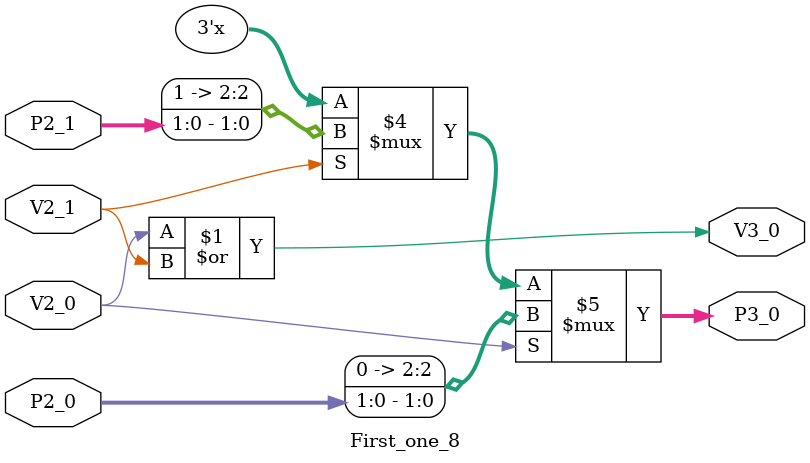
<source format=v>
module First_one_8(
	input										V2_0,
	input										V2_1,
	input			[1:0]						P2_0,
	input			[1:0]						P2_1,
	output		[2:0]						P3_0,
	output									V3_0
);
	assign			V3_0			=			V2_0 | V2_1;
	assign			P3_0			=			(V2_0 != 1'b0) ? {1'b0,P2_0} : (V2_1 == 1'b1) ? {1'b1,P2_1} :3'bx;
endmodule
</source>
